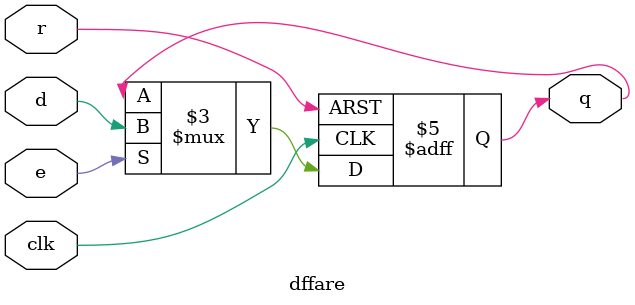
<source format=sv>
module dffare #(parameter WIDTH=1) (
	input logic [WIDTH-1:0] d,
	output logic [WIDTH-1:0] q,
	input logic clk, r, e
);

	always_ff @(posedge clk, posedge r)
		if (r)
			q <= '0;
		else if (e)
			q <= d;
		else
			q <= q;

endmodule

</source>
